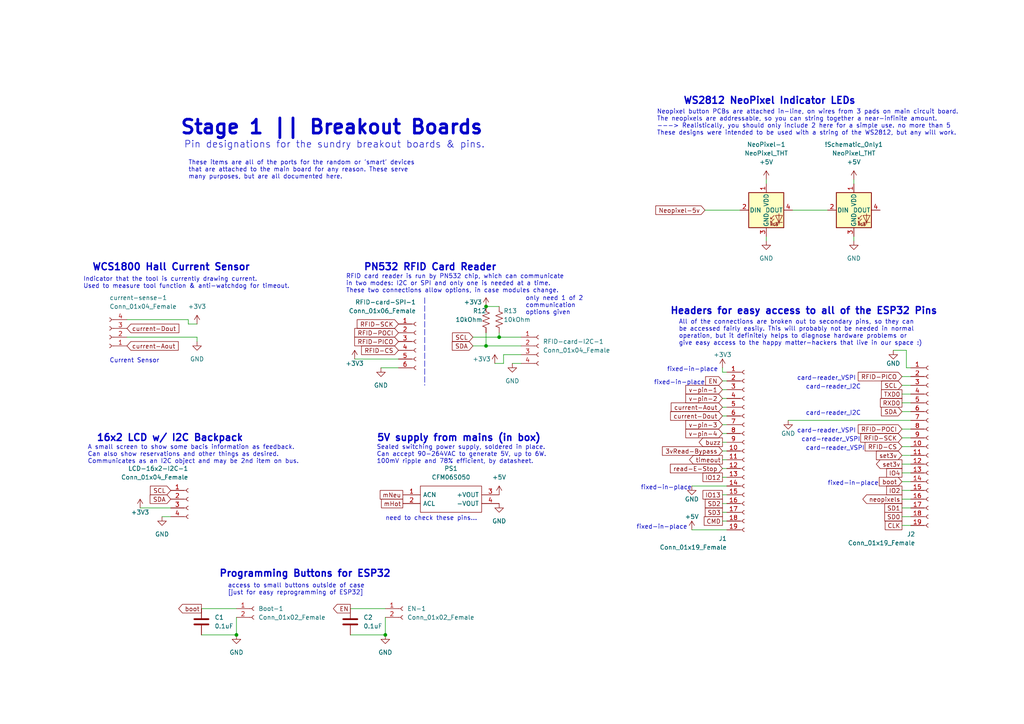
<source format=kicad_sch>
(kicad_sch (version 20211123) (generator eeschema)
  (paper "A4")
  (lib_symbols
    (symbol "Connector:Conn_01x02_Female" (pin_names (offset 1.016) hide)
      (property "Reference" "J" (at 0 2.54 0))
      (property "Value" "Conn_01x02_Female" (at 0 -5.08 0))
      (symbol "Conn_01x02_Female_1_1"
        (arc (start 0 -2.032) (mid -0.508 -2.54) (end 0 -3.048) (stroke (width 0.1524)))
        (polyline (pts (xy -1.27 -2.54) (xy -0.508 -2.54)) (stroke (width 0.1524)))
        (polyline (pts (xy -1.27 0) (xy -0.508 0)) (stroke (width 0.1524)))
        (arc (start 0 0.508) (mid -0.508 0) (end 0 -0.508) (stroke (width 0.1524)))
        (pin passive line (at -5.08 0 0) (length 3.81) (name "Pin_1") (number "1"))
        (pin passive line (at -5.08 -2.54 0) (length 3.81) (name "Pin_2") (number "2"))
      )
    )
    (symbol "Connector:Conn_01x04_Female" (pin_names (offset 1.016) hide)
      (property "Reference" "J" (at 0 5.08 0))
      (property "Value" "Conn_01x04_Female" (at 0 -7.62 0))
      (symbol "Conn_01x04_Female_1_1"
        (arc (start 0 -4.572) (mid -0.508 -5.08) (end 0 -5.588) (stroke (width 0.1524)))
        (arc (start 0 -2.032) (mid -0.508 -2.54) (end 0 -3.048) (stroke (width 0.1524)))
        (polyline (pts (xy -1.27 -5.08) (xy -0.508 -5.08)) (stroke (width 0.1524)))
        (polyline (pts (xy -1.27 -2.54) (xy -0.508 -2.54)) (stroke (width 0.1524)))
        (polyline (pts (xy -1.27 0) (xy -0.508 0)) (stroke (width 0.1524)))
        (polyline (pts (xy -1.27 2.54) (xy -0.508 2.54)) (stroke (width 0.1524)))
        (arc (start 0 0.508) (mid -0.508 0) (end 0 -0.508) (stroke (width 0.1524)))
        (arc (start 0 3.048) (mid -0.508 2.54) (end 0 2.032) (stroke (width 0.1524)))
        (pin passive line (at -5.08 2.54 0) (length 3.81) (name "Pin_1") (number "1"))
        (pin passive line (at -5.08 0 0) (length 3.81) (name "Pin_2") (number "2"))
        (pin passive line (at -5.08 -2.54 0) (length 3.81) (name "Pin_3") (number "3"))
        (pin passive line (at -5.08 -5.08 0) (length 3.81) (name "Pin_4") (number "4"))
      )
    )
    (symbol "Connector:Conn_01x06_Female" (pin_names (offset 1.016) hide)
      (property "Reference" "J" (at 0 7.62 0))
      (property "Value" "Conn_01x06_Female" (at 0 -10.16 0))
      (symbol "Conn_01x06_Female_1_1"
        (arc (start 0 -7.112) (mid -0.508 -7.62) (end 0 -8.128) (stroke (width 0.1524)))
        (arc (start 0 -4.572) (mid -0.508 -5.08) (end 0 -5.588) (stroke (width 0.1524)))
        (arc (start 0 -2.032) (mid -0.508 -2.54) (end 0 -3.048) (stroke (width 0.1524)))
        (polyline (pts (xy -1.27 -7.62) (xy -0.508 -7.62)) (stroke (width 0.1524)))
        (polyline (pts (xy -1.27 -5.08) (xy -0.508 -5.08)) (stroke (width 0.1524)))
        (polyline (pts (xy -1.27 -2.54) (xy -0.508 -2.54)) (stroke (width 0.1524)))
        (polyline (pts (xy -1.27 0) (xy -0.508 0)) (stroke (width 0.1524)))
        (polyline (pts (xy -1.27 2.54) (xy -0.508 2.54)) (stroke (width 0.1524)))
        (polyline (pts (xy -1.27 5.08) (xy -0.508 5.08)) (stroke (width 0.1524)))
        (arc (start 0 0.508) (mid -0.508 0) (end 0 -0.508) (stroke (width 0.1524)))
        (arc (start 0 3.048) (mid -0.508 2.54) (end 0 2.032) (stroke (width 0.1524)))
        (arc (start 0 5.588) (mid -0.508 5.08) (end 0 4.572) (stroke (width 0.1524)))
        (pin passive line (at -5.08 5.08 0) (length 3.81) (name "Pin_1") (number "1"))
        (pin passive line (at -5.08 2.54 0) (length 3.81) (name "Pin_2") (number "2"))
        (pin passive line (at -5.08 0 0) (length 3.81) (name "Pin_3") (number "3"))
        (pin passive line (at -5.08 -2.54 0) (length 3.81) (name "Pin_4") (number "4"))
        (pin passive line (at -5.08 -5.08 0) (length 3.81) (name "Pin_5") (number "5"))
        (pin passive line (at -5.08 -7.62 0) (length 3.81) (name "Pin_6") (number "6"))
      )
    )
    (symbol "Connector:Conn_01x19_Female" (pin_names (offset 1.016) hide)
      (property "Reference" "J" (at 0 25.4 0))
      (property "Value" "Conn_01x19_Female" (at 0 -25.4 0))
      (symbol "Conn_01x19_Female_1_1"
        (arc (start 0 -22.352) (mid -0.508 -22.86) (end 0 -23.368) (stroke (width 0.1524)))
        (arc (start 0 -19.812) (mid -0.508 -20.32) (end 0 -20.828) (stroke (width 0.1524)))
        (arc (start 0 -17.272) (mid -0.508 -17.78) (end 0 -18.288) (stroke (width 0.1524)))
        (arc (start 0 -14.732) (mid -0.508 -15.24) (end 0 -15.748) (stroke (width 0.1524)))
        (arc (start 0 -12.192) (mid -0.508 -12.7) (end 0 -13.208) (stroke (width 0.1524)))
        (arc (start 0 -9.652) (mid -0.508 -10.16) (end 0 -10.668) (stroke (width 0.1524)))
        (arc (start 0 -7.112) (mid -0.508 -7.62) (end 0 -8.128) (stroke (width 0.1524)))
        (arc (start 0 -4.572) (mid -0.508 -5.08) (end 0 -5.588) (stroke (width 0.1524)))
        (arc (start 0 -2.032) (mid -0.508 -2.54) (end 0 -3.048) (stroke (width 0.1524)))
        (polyline (pts (xy -1.27 -22.86) (xy -0.508 -22.86)) (stroke (width 0.1524)))
        (polyline (pts (xy -1.27 -20.32) (xy -0.508 -20.32)) (stroke (width 0.1524)))
        (polyline (pts (xy -1.27 -17.78) (xy -0.508 -17.78)) (stroke (width 0.1524)))
        (polyline (pts (xy -1.27 -15.24) (xy -0.508 -15.24)) (stroke (width 0.1524)))
        (polyline (pts (xy -1.27 -12.7) (xy -0.508 -12.7)) (stroke (width 0.1524)))
        (polyline (pts (xy -1.27 -10.16) (xy -0.508 -10.16)) (stroke (width 0.1524)))
        (polyline (pts (xy -1.27 -7.62) (xy -0.508 -7.62)) (stroke (width 0.1524)))
        (polyline (pts (xy -1.27 -5.08) (xy -0.508 -5.08)) (stroke (width 0.1524)))
        (polyline (pts (xy -1.27 -2.54) (xy -0.508 -2.54)) (stroke (width 0.1524)))
        (polyline (pts (xy -1.27 0) (xy -0.508 0)) (stroke (width 0.1524)))
        (polyline (pts (xy -1.27 2.54) (xy -0.508 2.54)) (stroke (width 0.1524)))
        (polyline (pts (xy -1.27 5.08) (xy -0.508 5.08)) (stroke (width 0.1524)))
        (polyline (pts (xy -1.27 7.62) (xy -0.508 7.62)) (stroke (width 0.1524)))
        (polyline (pts (xy -1.27 10.16) (xy -0.508 10.16)) (stroke (width 0.1524)))
        (polyline (pts (xy -1.27 12.7) (xy -0.508 12.7)) (stroke (width 0.1524)))
        (polyline (pts (xy -1.27 15.24) (xy -0.508 15.24)) (stroke (width 0.1524)))
        (polyline (pts (xy -1.27 17.78) (xy -0.508 17.78)) (stroke (width 0.1524)))
        (polyline (pts (xy -1.27 20.32) (xy -0.508 20.32)) (stroke (width 0.1524)))
        (polyline (pts (xy -1.27 22.86) (xy -0.508 22.86)) (stroke (width 0.1524)))
        (arc (start 0 0.508) (mid -0.508 0) (end 0 -0.508) (stroke (width 0.1524)))
        (arc (start 0 3.048) (mid -0.508 2.54) (end 0 2.032) (stroke (width 0.1524)))
        (arc (start 0 5.588) (mid -0.508 5.08) (end 0 4.572) (stroke (width 0.1524)))
        (arc (start 0 8.128) (mid -0.508 7.62) (end 0 7.112) (stroke (width 0.1524)))
        (arc (start 0 10.668) (mid -0.508 10.16) (end 0 9.652) (stroke (width 0.1524)))
        (arc (start 0 13.208) (mid -0.508 12.7) (end 0 12.192) (stroke (width 0.1524)))
        (arc (start 0 15.748) (mid -0.508 15.24) (end 0 14.732) (stroke (width 0.1524)))
        (arc (start 0 18.288) (mid -0.508 17.78) (end 0 17.272) (stroke (width 0.1524)))
        (arc (start 0 20.828) (mid -0.508 20.32) (end 0 19.812) (stroke (width 0.1524)))
        (arc (start 0 23.368) (mid -0.508 22.86) (end 0 22.352) (stroke (width 0.1524)))
        (pin passive line (at -5.08 22.86 0) (length 3.81) (name "Pin_1") (number "1"))
        (pin passive line (at -5.08 0 0) (length 3.81) (name "Pin_10") (number "10"))
        (pin passive line (at -5.08 -2.54 0) (length 3.81) (name "Pin_11") (number "11"))
        (pin passive line (at -5.08 -5.08 0) (length 3.81) (name "Pin_12") (number "12"))
        (pin passive line (at -5.08 -7.62 0) (length 3.81) (name "Pin_13") (number "13"))
        (pin passive line (at -5.08 -10.16 0) (length 3.81) (name "Pin_14") (number "14"))
        (pin passive line (at -5.08 -12.7 0) (length 3.81) (name "Pin_15") (number "15"))
        (pin passive line (at -5.08 -15.24 0) (length 3.81) (name "Pin_16") (number "16"))
        (pin passive line (at -5.08 -17.78 0) (length 3.81) (name "Pin_17") (number "17"))
        (pin passive line (at -5.08 -20.32 0) (length 3.81) (name "Pin_18") (number "18"))
        (pin passive line (at -5.08 -22.86 0) (length 3.81) (name "Pin_19") (number "19"))
        (pin passive line (at -5.08 20.32 0) (length 3.81) (name "Pin_2") (number "2"))
        (pin passive line (at -5.08 17.78 0) (length 3.81) (name "Pin_3") (number "3"))
        (pin passive line (at -5.08 15.24 0) (length 3.81) (name "Pin_4") (number "4"))
        (pin passive line (at -5.08 12.7 0) (length 3.81) (name "Pin_5") (number "5"))
        (pin passive line (at -5.08 10.16 0) (length 3.81) (name "Pin_6") (number "6"))
        (pin passive line (at -5.08 7.62 0) (length 3.81) (name "Pin_7") (number "7"))
        (pin passive line (at -5.08 5.08 0) (length 3.81) (name "Pin_8") (number "8"))
        (pin passive line (at -5.08 2.54 0) (length 3.81) (name "Pin_9") (number "9"))
      )
    )
    (symbol "Device:C" (pin_numbers hide) (pin_names (offset 0.254))
      (property "Reference" "C" (at 0.635 2.54 0))
      (property "Value" "C" (at 0.635 -2.54 0))
      (symbol "C_0_1"
        (polyline (pts (xy -2.032 -0.762) (xy 2.032 -0.762)) (stroke (width 0.508)))
        (polyline (pts (xy -2.032 0.762) (xy 2.032 0.762)) (stroke (width 0.508)))
      )
      (symbol "C_1_1"
        (pin passive line (at 0 3.81 270) (length 2.794) (name "~") (number "1"))
        (pin passive line (at 0 -3.81 90) (length 2.794) (name "~") (number "2"))
      )
    )
    (symbol "Device:R_US" (pin_numbers hide) (pin_names (offset 0))
      (property "Reference" "R" (at 2.54 0 90))
      (property "Value" "R_US" (at -2.54 0 90))
      (symbol "R_US_0_1"
        (polyline (pts (xy 0 -2.286) (xy 0 -2.54)))
        (polyline (pts (xy 0 2.286) (xy 0 2.54)))
        (polyline (pts (xy 0 -0.762) (xy 1.016 -1.143) (xy 0 -1.524) (xy -1.016 -1.905) (xy 0 -2.286)))
        (polyline (pts (xy 0 0.762) (xy 1.016 0.381) (xy 0 0) (xy -1.016 -0.381) (xy 0 -0.762)))
        (polyline (pts (xy 0 2.286) (xy 1.016 1.905) (xy 0 1.524) (xy -1.016 1.143) (xy 0 0.762)))
      )
      (symbol "R_US_1_1"
        (pin passive line (at 0 3.81 270) (length 1.27) (name "~") (number "1"))
        (pin passive line (at 0 -3.81 90) (length 1.27) (name "~") (number "2"))
      )
    )
    (symbol "LED:NeoPixel_THT" (pin_names (offset 0.254))
      (property "Reference" "D5" (at 0 19.05 0))
      (property "Value" "NeoPixel_THT" (at 0 16.51 0))
      (symbol "NeoPixel_THT_0_0"
        (text "RGB" (at 2.286 -4.191 0) (effects (font (size 0.762 0.762))))
      )
      (symbol "NeoPixel_THT_0_1"
        (polyline (pts (xy 1.27 -3.556) (xy 1.778 -3.556)))
        (polyline (pts (xy 1.27 -2.54) (xy 1.778 -2.54)))
        (polyline (pts (xy 4.699 -3.556) (xy 2.667 -3.556)))
        (polyline (pts (xy 2.286 -2.54) (xy 1.27 -3.556) (xy 1.27 -3.048)))
        (polyline (pts (xy 2.286 -1.524) (xy 1.27 -2.54) (xy 1.27 -2.032)))
        (polyline (pts (xy 3.683 -1.016) (xy 3.683 -3.556) (xy 3.683 -4.064)))
        (polyline (pts (xy 4.699 -1.524) (xy 2.667 -1.524) (xy 3.683 -3.556) (xy 4.699 -1.524)))
        (rectangle (start 5.08 5.08) (end -5.08 -5.08) (stroke (width 0.254)) (fill (type background)))
      )
      (symbol "NeoPixel_THT_1_1"
        (pin power_in line (at 0 7.62 270) (length 2.54) (name "VDD") (number "1"))
        (pin input line (at -7.62 0 0) (length 2.54) (name "DIN") (number "2"))
        (pin power_in line (at 0 -7.62 90) (length 2.54) (name "GND") (number "3"))
        (pin output line (at 7.62 0 180) (length 2.54) (name "DOUT") (number "4"))
      )
    )
    (symbol "NeoPixel_THT_1" (pin_names (offset 0.254))
      (property "Reference" "D4" (at 0 19.05 0))
      (property "Value" "NeoPixel_THT_1" (at 0 16.51 0))
      (symbol "NeoPixel_THT_1_0_0"
        (text "RGB" (at 2.286 -4.191 0) (effects (font (size 0.762 0.762))))
      )
      (symbol "NeoPixel_THT_1_0_1"
        (polyline (pts (xy 1.27 -3.556) (xy 1.778 -3.556)))
        (polyline (pts (xy 1.27 -2.54) (xy 1.778 -2.54)))
        (polyline (pts (xy 4.699 -3.556) (xy 2.667 -3.556)))
        (polyline (pts (xy 2.286 -2.54) (xy 1.27 -3.556) (xy 1.27 -3.048)))
        (polyline (pts (xy 2.286 -1.524) (xy 1.27 -2.54) (xy 1.27 -2.032)))
        (polyline (pts (xy 3.683 -1.016) (xy 3.683 -3.556) (xy 3.683 -4.064)))
        (polyline (pts (xy 4.699 -1.524) (xy 2.667 -1.524) (xy 3.683 -3.556) (xy 4.699 -1.524)))
        (rectangle (start 5.08 5.08) (end -5.08 -5.08) (stroke (width 0.254)) (fill (type background)))
      )
      (symbol "NeoPixel_THT_1_1_1"
        (pin power_in line (at 0 7.62 270) (length 2.54) (name "VDD") (number "1"))
        (pin input line (at -7.62 0 0) (length 2.54) (name "DIN") (number "2"))
        (pin power_in line (at 0 -7.62 90) (length 2.54) (name "GND") (number "3"))
        (pin output line (at 7.62 0 180) (length 2.54) (name "DOUT") (number "4"))
      )
    )
    (symbol "power:+3.3V" (power) (pin_names (offset 0))
      (property "Value" "+3.3V" (at 0 3.556 0))
      (symbol "+3.3V_0_1"
        (polyline (pts (xy -0.762 1.27) (xy 0 2.54)))
        (polyline (pts (xy 0 0) (xy 0 2.54)))
        (polyline (pts (xy 0 2.54) (xy 0.762 1.27)))
      )
      (symbol "+3.3V_1_1"
        (pin power_in line (at 0 0 90) (length 0) hide (name "+3V3") (number "1"))
      )
    )
    (symbol "power:+5V" (power) (pin_names (offset 0))
      (property "Value" "+5V" (at 0 3.556 0))
      (symbol "+5V_0_1"
        (polyline (pts (xy -0.762 1.27) (xy 0 2.54)))
        (polyline (pts (xy 0 0) (xy 0 2.54)))
        (polyline (pts (xy 0 2.54) (xy 0.762 1.27)))
      )
      (symbol "+5V_1_1"
        (pin power_in line (at 0 0 90) (length 0) hide (name "+5V") (number "1"))
      )
    )
    (symbol "power:GND" (power) (pin_names (offset 0))
      (property "Value" "GND" (at 0 -3.81 0))
      (symbol "GND_0_1"
        (polyline (pts (xy 0 0) (xy 0 -1.27) (xy 1.27 -1.27) (xy 0 -2.54) (xy -1.27 -1.27) (xy 0 -1.27)))
      )
      (symbol "GND_1_1"
        (pin power_in line (at 0 0 270) (length 0) hide (name "GND") (number "1"))
      )
    )
    (symbol "switching_power_supply:CFM06S050" (pin_names (offset 0.762))
      (property "Reference" "PS" (at 24.13 7.62 0))
      (property "Value" "CFM06S050" (at 24.13 5.08 0))
      (symbol "CFM06S050_0_0"
        (pin passive line (at 0 0 0) (length 5.08) (name "ACN") (number "1"))
        (pin passive line (at 0 -2.54 0) (length 5.08) (name "ACL") (number "2"))
        (pin passive line (at 27.94 0 180) (length 5.08) (name "+VOUT") (number "3"))
        (pin passive line (at 27.94 -2.54 180) (length 5.08) (name "-VOUT") (number "4"))
      )
      (symbol "CFM06S050_0_1"
        (polyline (pts (xy 5.08 2.54) (xy 22.86 2.54) (xy 22.86 -5.08) (xy 5.08 -5.08) (xy 5.08 2.54)) (stroke (width 0.1524)))
      )
    )
  )
  (junction (at 140.97 88.9))
  (junction (at 144.78 97.79))
  (junction (at 140.97 100.33))
  (junction (at 111.76 184.15))
  (junction (at 68.58 184.15))
  (wire (pts (xy 102.87 104.14) (xy 115.57 104.14)))
  (wire (pts (xy 36.83 97.79) (xy 57.15 97.79)))
  (wire (pts (xy 57.15 93.98) (xy 54.61 93.98)))
  (wire (pts (xy 209.55 130.81) (xy 210.82 130.81)))
  (wire (pts (xy 262.89 106.68) (xy 262.89 101.6)))
  (wire (pts (xy 264.16 127) (xy 261.62 127)))
  (wire (pts (xy 40.64 147.32) (xy 49.53 147.32)))
  (wire (pts (xy 209.55 138.43) (xy 210.82 138.43)))
  (wire (pts (xy 264.16 132.08) (xy 261.62 132.08)))
  (wire (pts (xy 264.16 124.46) (xy 261.62 124.46)))
  (wire (pts (xy 264.16 121.92) (xy 228.6 121.92)))
  (wire (pts (xy 264.16 147.32) (xy 261.62 147.32)))
  (wire (pts (xy 58.42 176.53) (xy 68.58 176.53)))
  (wire (pts (xy 54.61 93.98) (xy 54.61 92.71)))
  (wire (pts (xy 209.55 123.19) (xy 210.82 123.19)))
  (wire (pts (xy 209.55 146.05) (xy 210.82 146.05)))
  (wire (pts (xy 209.55 118.11) (xy 210.82 118.11)))
  (wire (pts (xy 146.05 102.87) (xy 146.05 105.41)))
  (wire (pts (xy 144.78 97.79) (xy 151.13 97.79)))
  (polyline (pts (xy 123.19 86.36) (xy 123.19 111.76)))
  (wire (pts (xy 209.55 133.35) (xy 210.82 133.35)))
  (wire (pts (xy 264.16 114.3) (xy 261.62 114.3)))
  (wire (pts (xy 68.58 179.07) (xy 68.58 184.15)))
  (wire (pts (xy 222.25 52.07) (xy 222.25 53.34)))
  (wire (pts (xy 247.65 68.58) (xy 247.65 69.85)))
  (wire (pts (xy 264.16 129.54) (xy 261.62 129.54)))
  (wire (pts (xy 209.55 125.73) (xy 210.82 125.73)))
  (wire (pts (xy 209.55 151.13) (xy 210.82 151.13)))
  (wire (pts (xy 140.97 96.52) (xy 140.97 100.33)))
  (wire (pts (xy 264.16 139.7) (xy 261.62 139.7)))
  (wire (pts (xy 200.66 140.97) (xy 210.82 140.97)))
  (wire (pts (xy 209.55 135.89) (xy 210.82 135.89)))
  (wire (pts (xy 264.16 134.62) (xy 261.62 134.62)))
  (wire (pts (xy 209.55 143.51) (xy 210.82 143.51)))
  (wire (pts (xy 209.55 113.03) (xy 210.82 113.03)))
  (wire (pts (xy 111.76 179.07) (xy 111.76 184.15)))
  (wire (pts (xy 146.05 105.41) (xy 143.51 105.41)))
  (wire (pts (xy 229.87 60.96) (xy 240.03 60.96)))
  (wire (pts (xy 209.55 115.57) (xy 210.82 115.57)))
  (wire (pts (xy 36.83 92.71) (xy 54.61 92.71)))
  (wire (pts (xy 264.16 142.24) (xy 261.62 142.24)))
  (wire (pts (xy 264.16 137.16) (xy 261.62 137.16)))
  (wire (pts (xy 264.16 144.78) (xy 261.62 144.78)))
  (wire (pts (xy 144.78 96.52) (xy 144.78 97.79)))
  (wire (pts (xy 209.55 106.68) (xy 209.55 107.95)))
  (wire (pts (xy 144.78 88.9) (xy 140.97 88.9)))
  (wire (pts (xy 264.16 111.76) (xy 261.62 111.76)))
  (wire (pts (xy 101.6 184.15) (xy 111.76 184.15)))
  (wire (pts (xy 222.25 68.58) (xy 222.25 69.85)))
  (wire (pts (xy 264.16 149.86) (xy 261.62 149.86)))
  (wire (pts (xy 148.59 105.41) (xy 151.13 105.41)))
  (wire (pts (xy 209.55 148.59) (xy 210.82 148.59)))
  (wire (pts (xy 264.16 109.22) (xy 261.62 109.22)))
  (wire (pts (xy 151.13 102.87) (xy 146.05 102.87)))
  (wire (pts (xy 110.49 106.68) (xy 115.57 106.68)))
  (wire (pts (xy 46.99 149.86) (xy 49.53 149.86)))
  (wire (pts (xy 209.55 120.65) (xy 210.82 120.65)))
  (wire (pts (xy 137.16 100.33) (xy 140.97 100.33)))
  (wire (pts (xy 57.15 99.06) (xy 57.15 97.79)))
  (wire (pts (xy 209.55 107.95) (xy 210.82 107.95)))
  (wire (pts (xy 101.6 176.53) (xy 111.76 176.53)))
  (wire (pts (xy 137.16 97.79) (xy 144.78 97.79)))
  (wire (pts (xy 209.55 110.49) (xy 210.82 110.49)))
  (wire (pts (xy 264.16 106.68) (xy 262.89 106.68)))
  (wire (pts (xy 204.47 60.96) (xy 214.63 60.96)))
  (wire (pts (xy 58.42 184.15) (xy 68.58 184.15)))
  (wire (pts (xy 200.66 153.67) (xy 210.82 153.67)))
  (wire (pts (xy 264.16 152.4) (xy 261.62 152.4)))
  (wire (pts (xy 140.97 100.33) (xy 151.13 100.33)))
  (wire (pts (xy 247.65 52.07) (xy 247.65 53.34)))
  (wire (pts (xy 264.16 116.84) (xy 261.62 116.84)))
  (wire (pts (xy 264.16 119.38) (xy 261.62 119.38)))
  (wire (pts (xy 262.89 101.6) (xy 259.08 101.6)))
  (wire (pts (xy 209.55 128.27) (xy 210.82 128.27)))
  (text "access to small buttons outside of case \n[just for easy reprogramming of ESP32]" (at 66.04 172.72 0) (effects (font (size 1.27 1.27)) (justify left bottom)))
  (text "Headers for easy access to all of the ESP32 Pins" (at 194.31 91.44 0) (effects (font (size 2 2) (thickness 0.4) bold) (justify left bottom)))
  (text "need to check these pins...\n" (at 111.76 151.13 0) (effects (font (size 1.27 1.27)) (justify left bottom)))
  (text "PN532 RFID Card Reader" (at 105.41 78.74 0) (effects (font (size 2 2) (thickness 0.4) bold) (justify left bottom)))
  (text "A small screen to show some bacis information as feedback.\nCan also show reservations and other things as desired.\nCommunicates as an I2C object and may be 2nd item on bus." (at 25.4 134.62 0) (effects (font (size 1.27 1.27)) (justify left bottom)))
  (text "card-reader_VSPI" (at 231.14 110.49 0) (effects (font (size 1.27 1.27)) (justify left bottom)))
  (text "card-reader_VSPI" (at 231.14 125.73 0) (effects (font (size 1.27 1.27)) (justify left bottom)))
  (text "Neopixel button PCBs are attached in-line, on wires from 3 pads on main circuit board.\nThe neopixels are addressable, so you can string together a near-infinite amount. \n---> Realistically, you should only include 2 here for a simple use. no more than 5\nThese designs were intended to be used with a string of the WS2812, but any will work.\n" (at 190.5 39.37 0) (effects (font (size 1.27 1.27)) (justify left bottom)))
  (text "Sealed switching power supply, soldered in place.\nCan accept 90-264VAC to generate 5V, up to 6W.\n100mV ripple and 78% efficient, by datasheet." (at 109.22 134.62 0) (effects (font (size 1.27 1.27)) (justify left bottom)))
  (text "These items are all of the ports for the random or 'smart' devices\nthat are attached to the main board for any reason. These serve\nmany purposes, but are all documented here. " (at 54.61 52.07 0) (effects (font (size 1.27 1.27)) (justify left bottom)))
  (text "fixed-in-place" (at 200.66 142.24 180) (effects (font (size 1.27 1.27)) (justify right bottom)))
  (text "Current Sensor" (at 31.75 105.41 0) (effects (font (size 1.27 1.27)) (justify left bottom)))
  (text "Indicator that the tool is currently drawing current.\nUsed to measure tool function & anti-watchdog for timeout. \n" (at 24.13 83.82 0) (effects (font (size 1.27 1.27)) (justify left bottom)))
  (text "16x2 LCD w/ I2C Backpack\n" (at 27.94 128.27 0) (effects (font (size 2 2) (thickness 0.4) bold) (justify left bottom)))
  (text "Programming Buttons for ESP32" (at 63.5 167.64 0) (effects (font (size 2 2) (thickness 0.4) bold) (justify left bottom)))
  (text "card-reader_VSPI" (at 232.41 128.27 0) (effects (font (size 1.27 1.27)) (justify left bottom)))
  (text "fixed-in-place" (at 208.28 107.95 180) (effects (font (size 1.27 1.27)) (justify right bottom)))
  (text "Pin designations for the sundry breakout boards & pins.\n" (at 53.34 43.18 0) (effects (font (size 2 2)) (justify left bottom)))
  (text "fixed-in-place" (at 199.39 153.67 180) (effects (font (size 1.27 1.27)) (justify right bottom)))
  (text "Stage 1 || Breakout Boards" (at 52.07 39.37 0) (effects (font (size 4 4) (thickness 0.8) bold) (justify left bottom)))
  (text "RFID card reader is run by PN532 chip, which can communicate\nin two modes: I2C or SPI and only one is needed at a time.\nThese two connections allow options, in case modules change." (at 100.33 85.09 0) (effects (font (size 1.27 1.27)) (justify left bottom)))
  (text "fixed-in-place" (at 204.47 111.76 180) (effects (font (size 1.27 1.27)) (justify right bottom)))
  (text "card-reader_VSPI" (at 233.68 130.81 0) (effects (font (size 1.27 1.27)) (justify left bottom)))
  (text "card-reader_I2C\n" (at 233.68 120.65 0) (effects (font (size 1.27 1.27)) (justify left bottom)))
  (text "card-reader_I2C\n" (at 233.68 113.03 0) (effects (font (size 1.27 1.27)) (justify left bottom)))
  (text "fixed-in-place" (at 240.03 140.97 0) (effects (font (size 1.27 1.27)) (justify left bottom)))
  (text "All of the connections are broken out to secondary pins, so they can\nbe accessed fairly easily. This will probably not be needed in normal\noperation, but it definitely helps to diagnose hardware problems or \ngive easy access to the happy matter-hackers that live in our space :)" (at 196.85 100.33 0) (effects (font (size 1.27 1.27)) (justify left bottom)))
  (text "WS2812 NeoPixel Indicator LEDs" (at 198.12 30.48 0) (effects (font (size 2 2) (thickness 0.4) bold) (justify left bottom)))
  (text "WCS1800 Hall Current Sensor" (at 26.67 78.74 0) (effects (font (size 2 2) (thickness 0.4) bold) (justify left bottom)))
  (text "5V supply from mains (in box)" (at 109.22 128.27 0) (effects (font (size 2 2) (thickness 0.4) bold) (justify left bottom)))
  (text "only need 1 of 2\ncommunication \noptions given" (at 152.4 91.44 0) (effects (font (size 1.27 1.27)) (justify left bottom)))
  (global_label "current-Aout" (shape input) (at 36.83 100.33 0) (property "Intersheet References" "${INTERSHEET_REFS}" (effects hide)))
  (global_label "RFID-POCI" (shape input) (at 261.62 124.46 180) (property "Intersheet References" "${INTERSHEET_REFS}" (effects hide)))
  (global_label "RXD0" (shape passive) (at 261.62 116.84 180) (property "Intersheet References" "${INTERSHEET_REFS}" (effects hide)))
  (global_label "mNeu" (shape passive) (at 116.84 143.51 180) (property "Intersheet References" "${INTERSHEET_REFS}" (effects hide)))
  (global_label "SD1" (shape passive) (at 261.62 147.32 180) (property "Intersheet References" "${INTERSHEET_REFS}" (effects hide)))
  (global_label "RFID-SCK" (shape input) (at 261.62 127 180) (property "Intersheet References" "${INTERSHEET_REFS}" (effects hide)))
  (global_label "neopixels" (shape output) (at 261.62 144.78 180) (property "Intersheet References" "${INTERSHEET_REFS}" (effects hide)))
  (global_label "IO4" (shape passive) (at 261.62 137.16 180) (property "Intersheet References" "${INTERSHEET_REFS}" (effects hide)))
  (global_label "CLK" (shape passive) (at 261.62 152.4 180) (property "Intersheet References" "${INTERSHEET_REFS}" (effects hide)))
  (global_label "mHot" (shape passive) (at 116.84 146.05 180) (property "Intersheet References" "${INTERSHEET_REFS}" (effects hide)))
  (global_label "RFID-SCK" (shape input) (at 115.57 93.98 180) (property "Intersheet References" "${INTERSHEET_REFS}" (effects hide)))
  (global_label "3vRead-Bypass" (shape input) (at 209.55 130.81 180) (property "Intersheet References" "${INTERSHEET_REFS}" (effects hide)))
  (global_label "IO12" (shape passive) (at 209.55 138.43 180) (property "Intersheet References" "${INTERSHEET_REFS}" (effects hide)))
  (global_label "set3v" (shape input) (at 261.62 132.08 180) (property "Intersheet References" "${INTERSHEET_REFS}" (effects hide)))
  (global_label "v-pin-3" (shape input) (at 209.55 123.19 180) (property "Intersheet References" "${INTERSHEET_REFS}" (effects hide)))
  (global_label "IO2" (shape passive) (at 261.62 142.24 180) (property "Intersheet References" "${INTERSHEET_REFS}" (effects hide)))
  (global_label "boot" (shape input) (at 261.62 139.7 180) (property "Intersheet References" "${INTERSHEET_REFS}" (effects hide)))
  (global_label "RFID-PICO" (shape input) (at 115.57 99.06 180) (property "Intersheet References" "${INTERSHEET_REFS}" (effects hide)))
  (global_label "Neopixel-5v" (shape input) (at 204.47 60.96 180) (property "Intersheet References" "${INTERSHEET_REFS}" (effects hide)))
  (global_label "SCL" (shape input) (at 261.62 111.76 180) (property "Intersheet References" "${INTERSHEET_REFS}" (effects hide)))
  (global_label "boot" (shape output) (at 58.42 176.53 180) (property "Intersheet References" "${INTERSHEET_REFS}" (effects hide)))
  (global_label "SCL" (shape input) (at 49.53 142.24 180) (property "Intersheet References" "${INTERSHEET_REFS}" (effects hide)))
  (global_label "IO13" (shape passive) (at 209.55 143.51 180) (property "Intersheet References" "${INTERSHEET_REFS}" (effects hide)))
  (global_label "SD2" (shape passive) (at 209.55 146.05 180) (property "Intersheet References" "${INTERSHEET_REFS}" (effects hide)))
  (global_label "current-Aout" (shape input) (at 209.55 118.11 180) (property "Intersheet References" "${INTERSHEET_REFS}" (effects hide)))
  (global_label "current-Dout" (shape input) (at 36.83 95.25 0) (property "Intersheet References" "${INTERSHEET_REFS}" (effects hide)))
  (global_label "read-E-Stop" (shape input) (at 209.55 135.89 180) (property "Intersheet References" "${INTERSHEET_REFS}" (effects hide)))
  (global_label "RFID-PICO" (shape input) (at 261.62 109.22 180) (property "Intersheet References" "${INTERSHEET_REFS}" (effects hide)))
  (global_label "SCL" (shape input) (at 137.16 97.79 180) (property "Intersheet References" "${INTERSHEET_REFS}" (effects hide)))
  (global_label "EN" (shape input) (at 209.55 110.49 180) (property "Intersheet References" "${INTERSHEET_REFS}" (effects hide)))
  (global_label "SDA" (shape input) (at 261.62 119.38 180) (property "Intersheet References" "${INTERSHEET_REFS}" (effects hide)))
  (global_label "RFID-CS" (shape input) (at 261.62 129.54 180) (property "Intersheet References" "${INTERSHEET_REFS}" (effects hide)))
  (global_label "timeout" (shape output) (at 209.55 133.35 180) (property "Intersheet References" "${INTERSHEET_REFS}" (effects hide)))
  (global_label "SDA" (shape input) (at 49.53 144.78 180) (property "Intersheet References" "${INTERSHEET_REFS}" (effects hide)))
  (global_label "SD0" (shape passive) (at 261.62 149.86 180) (property "Intersheet References" "${INTERSHEET_REFS}" (effects hide)))
  (global_label "v-pin-4" (shape input) (at 209.55 125.73 180) (property "Intersheet References" "${INTERSHEET_REFS}" (effects hide)))
  (global_label "RFID-CS" (shape input) (at 115.57 101.6 180) (property "Intersheet References" "${INTERSHEET_REFS}" (effects hide)))
  (global_label "v-pin-2" (shape input) (at 209.55 115.57 180) (property "Intersheet References" "${INTERSHEET_REFS}" (effects hide)))
  (global_label "SD3" (shape passive) (at 209.55 148.59 180) (property "Intersheet References" "${INTERSHEET_REFS}" (effects hide)))
  (global_label "current-Dout" (shape input) (at 209.55 120.65 180) (property "Intersheet References" "${INTERSHEET_REFS}" (effects hide)))
  (global_label "v-pin-1" (shape input) (at 209.55 113.03 180) (property "Intersheet References" "${INTERSHEET_REFS}" (effects hide)))
  (global_label "buzz" (shape output) (at 209.55 128.27 180) (property "Intersheet References" "${INTERSHEET_REFS}" (effects hide)))
  (global_label "CMD" (shape passive) (at 209.55 151.13 180) (property "Intersheet References" "${INTERSHEET_REFS}" (effects hide)))
  (global_label "EN" (shape output) (at 101.6 176.53 180) (property "Intersheet References" "${INTERSHEET_REFS}" (effects hide)))
  (global_label "RFID-POCI" (shape input) (at 115.57 96.52 180) (property "Intersheet References" "${INTERSHEET_REFS}" (effects hide)))
  (global_label "set3v" (shape output) (at 261.62 134.62 180) (property "Intersheet References" "${INTERSHEET_REFS}" (effects hide)))
  (global_label "TXD0" (shape passive) (at 261.62 114.3 180) (property "Intersheet References" "${INTERSHEET_REFS}" (effects hide)))
  (global_label "SDA" (shape input) (at 137.16 100.33 180) (property "Intersheet References" "${INTERSHEET_REFS}" (effects hide)))
  (symbol (lib_id "power:+3.3V") (at 143.51 105.41 0) (unit 1)
    (property "Reference" "#PWR0140" (effects hide))
    (property "Value" "+3.3V" (at 139.7 104.14 0))
  )
  (symbol (lib_id "Connector:Conn_01x02_Female") (at 73.66 176.53 0) (unit 1)
    (property "Reference" "Boot-1" (at 74.93 176.5299 0) (effects (justify left)))
    (property "Value" "Conn_01x02_Female" (at 74.93 179.0699 0) (effects (justify left)))
    (property "Footprint" "Connector_PinSocket_2.54mm:PinSocket_1x02_P2.54mm_Vertical" (effects hide))
  )
  (symbol (lib_id "power:+3.3V") (at 102.87 104.14 0) (unit 1)
    (property "Reference" "#PWR0125" (effects hide))
    (property "Value" "+3.3V" (at 102.87 105.41 0))
  )
  (symbol (lib_id "power:GND") (at 68.58 184.15 0) (unit 1)
    (property "Reference" "#PWR0122" (effects hide))
    (property "Value" "GND" (at 68.58 189.23 0))
  )
  (symbol (lib_id "Connector:Conn_01x02_Female") (at 116.84 176.53 0) (unit 1)
    (property "Reference" "EN-1" (at 118.11 176.5299 0) (effects (justify left)))
    (property "Value" "Conn_01x02_Female" (at 118.11 179.0699 0) (effects (justify left)))
    (property "Footprint" "Connector_PinSocket_2.54mm:PinSocket_1x02_P2.54mm_Vertical" (effects hide))
  )
  (symbol (lib_id "Connector:Conn_01x04_Female") (at 54.61 144.78 0) (unit 1)
    (property "Reference" "LCD-16x2-I2C-1" (at 54.61 135.89 0) (effects (justify right)))
    (property "Value" "Conn_01x04_Female" (at 54.61 138.43 0) (effects (justify right)))
    (property "Footprint" "Connector_PinSocket_2.54mm:PinSocket_1x04_P2.54mm_Vertical" (effects hide))
  )
  (symbol (lib_id "power:+5V") (at 247.65 52.07 0) (unit 1)
    (property "Reference" "#PWR0135" (effects hide))
    (property "Value" "+5V" (at 247.65 46.99 0))
  )
  (symbol (lib_id "power:+3.3V") (at 209.55 106.68 0) (unit 1)
    (property "Reference" "#PWR0121" (effects hide))
    (property "Value" "+3.3V" (at 209.55 102.87 0))
  )
  (symbol (lib_id "Connector:Conn_01x04_Female") (at 156.21 100.33 0) (unit 1)
    (property "Reference" "RFID-card-I2C-1" (at 157.48 99.06 0) (effects (justify left)))
    (property "Value" "Conn_01x04_Female" (at 157.48 101.6 0) (effects (justify left)))
    (property "Footprint" "Connector_PinSocket_2.54mm:PinSocket_1x04_P2.54mm_Vertical" (effects hide))
  )
  (symbol (lib_id "power:+5V") (at 200.66 153.67 0) (unit 1)
    (property "Reference" "#PWR0143" (effects hide))
    (property "Value" "+5V" (at 200.66 149.86 0))
  )
  (symbol (lib_id "power:GND") (at 228.6 121.92 0) (unit 1)
    (property "Reference" "#PWR0117" (effects hide))
    (property "Value" "GND" (at 228.6 125.73 0))
  )
  (symbol (lib_id "power:GND") (at 110.49 106.68 0) (unit 1)
    (property "Reference" "#PWR0124" (effects hide))
    (property "Value" "GND" (at 110.49 111.76 0))
  )
  (symbol (lib_id "Connector:Conn_01x06_Female") (at 120.65 99.06 0) (unit 1)
    (property "Reference" "RFID-card-SPI-1" (at 120.65 87.63 0) (effects (justify right)))
    (property "Value" "Conn_01x06_Female" (at 120.65 90.17 0) (effects (justify right)))
    (property "Footprint" "Connector_PinSocket_2.54mm:PinSocket_1x06_P2.54mm_Vertical" (effects hide))
  )
  (symbol (lib_id "power:GND") (at 259.08 101.6 0) (unit 1)
    (property "Reference" "#PWR0115" (effects hide))
    (property "Value" "GND" (at 259.08 105.41 0))
  )
  (symbol (lib_id "power:GND") (at 200.66 140.97 0) (unit 1)
    (property "Reference" "#PWR0144" (effects hide))
    (property "Value" "GND" (at 200.66 144.78 0))
  )
  (symbol (lib_id "Connector:Conn_01x19_Female") (at 269.24 129.54 0) (unit 1)
    (property "Reference" "J2" (at 265.43 154.94 0) (effects (justify right)))
    (property "Value" "Conn_01x19_Female" (at 265.43 157.48 0) (effects (justify right)))
    (property "Footprint" "Connector_PinSocket_2.54mm:PinSocket_1x19_P2.54mm_Vertical" (effects hide))
  )
  (symbol (lib_id "power:+3.3V") (at 40.64 147.32 0) (unit 1)
    (property "Reference" "#PWR0148" (effects hide))
    (property "Value" "+3.3V" (at 40.64 148.59 0))
  )
  (symbol (lib_id "power:GND") (at 222.25 69.85 0) (unit 1)
    (property "Reference" "#PWR0131" (effects hide))
    (property "Value" "GND" (at 222.25 74.93 0))
  )
  (symbol (lib_id "power:GND") (at 57.15 99.06 0) (unit 1)
    (property "Reference" "#PWR0146" (effects hide))
    (property "Value" "GND" (at 57.15 104.14 0))
  )
  (symbol (lib_id "power:GND") (at 111.76 184.15 0) (unit 1)
    (property "Reference" "#PWR0118" (effects hide))
    (property "Value" "GND" (at 111.76 189.23 0))
  )
  (symbol (lib_id "LED:NeoPixel_THT") (at 247.65 60.96 0) (unit 1)
    (property "Reference" "!Schematic_Only1" (at 247.65 41.91 0))
    (property "Value" "NeoPixel_THT" (at 247.65 44.45 0))
    (property "Datasheet" "https://www.adafruit.com/product/1938" (effects hide))
  )
  (symbol (lib_id "power:+3.3V") (at 57.15 93.98 0) (unit 1)
    (property "Reference" "#PWR0145" (effects hide))
    (property "Value" "+3.3V" (at 57.15 88.9 0))
  )
  (symbol (lib_id "Connector:Conn_01x04_Female") (at 31.75 97.79 180) (unit 1)
    (property "Reference" "current-sense-1" (at 31.75 86.36 0) (effects (justify right)))
    (property "Value" "Conn_01x04_Female" (at 31.75 88.9 0) (effects (justify right)))
    (property "Footprint" "Connector_PinSocket_2.54mm:PinSocket_1x04_P2.54mm_Vertical" (effects hide))
  )
  (symbol (lib_id "power:GND") (at 144.78 146.05 0) (unit 1)
    (property "Reference" "#PWR0142" (effects hide))
    (property "Value" "GND" (at 144.78 151.13 0))
  )
  (symbol (lib_id "Device:C") (at 58.42 180.34 0) (unit 1)
    (property "Reference" "C1" (at 62.23 179.0699 0) (effects (justify left)))
    (property "Value" "0.1uF" (at 62.23 181.6099 0) (effects (justify left)))
    (property "Footprint" "Capacitor_SMD:C_1206_3216Metric_Pad1.33x1.80mm_HandSolder" (effects hide))
  )
  (symbol (lib_name "NeoPixel_THT_1") (lib_id "LED:NeoPixel_THT") (at 222.25 60.96 0) (unit 1)
    (property "Reference" "NeoPixel-1" (at 222.25 41.91 0))
    (property "Value" "NeoPixel_THT" (at 222.25 44.45 0))
    (property "Footprint" "Connector_PinSocket_2.54mm:PinSocket_1x03_P2.54mm_Vertical" (effects hide))
    (property "Datasheet" "https://www.adafruit.com/product/1938" (effects hide))
  )
  (symbol (lib_id "Device:R_US") (at 140.97 92.71 180) (unit 1)
    (property "Reference" "R12" (at 137.16 90.17 0) (effects (justify right)))
    (property "Value" "10kOhm" (at 132.08 92.71 0) (effects (justify right)))
    (property "Footprint" "Resistor_SMD:R_1206_3216Metric_Pad1.30x1.75mm_HandSolder" (effects hide))
  )
  (symbol (lib_id "power:GND") (at 148.59 105.41 0) (unit 1)
    (property "Reference" "#PWR0138" (effects hide))
    (property "Value" "GND" (at 148.59 110.49 0))
  )
  (symbol (lib_id "Device:R_US") (at 144.78 92.71 180) (unit 1)
    (property "Reference" "R13" (at 146.05 90.17 0) (effects (justify right)))
    (property "Value" "10kOhm" (at 146.05 92.71 0) (effects (justify right)))
    (property "Footprint" "Resistor_SMD:R_1206_3216Metric_Pad1.30x1.75mm_HandSolder" (effects hide))
  )
  (symbol (lib_id "power:+5V") (at 144.78 143.51 0) (unit 1)
    (property "Reference" "#PWR0141" (effects hide))
    (property "Value" "+5V" (at 144.78 138.43 0))
  )
  (symbol (lib_id "power:+3.3V") (at 140.97 88.9 0) (unit 1)
    (property "Reference" "#PWR0139" (effects hide))
    (property "Value" "+3.3V" (at 137.16 87.63 0))
  )
  (symbol (lib_id "power:GND") (at 46.99 149.86 0) (unit 1)
    (property "Reference" "#PWR0147" (effects hide))
    (property "Value" "GND" (at 46.99 154.94 0))
  )
  (symbol (lib_id "Device:C") (at 101.6 180.34 0) (unit 1)
    (property "Reference" "C2" (at 105.41 179.0699 0) (effects (justify left)))
    (property "Value" "0.1uF" (at 105.41 181.6099 0) (effects (justify left)))
    (property "Footprint" "Capacitor_SMD:C_1206_3216Metric_Pad1.33x1.80mm_HandSolder" (effects hide))
  )
  (symbol (lib_id "power:GND") (at 247.65 69.85 0) (unit 1)
    (property "Reference" "#PWR0132" (effects hide))
    (property "Value" "GND" (at 247.65 74.93 0))
  )
  (symbol (lib_id "power:+5V") (at 222.25 52.07 0) (unit 1)
    (property "Reference" "#PWR0123" (effects hide))
    (property "Value" "+5V" (at 222.25 46.99 0))
  )
  (symbol (lib_id "switching_power_supply:CFM06S050") (at 116.84 143.51 0) (unit 1)
    (property "Reference" "PS1" (at 130.81 135.89 0))
    (property "Value" "CFM06S050" (at 130.81 138.43 0))
    (property "Footprint" "switching_power_supply:CFM06S050" (effects hide))
    (property "Datasheet" "https://www.cincon.com/productdownload/Datasheet-CFM06S-series.pdf" (effects hide))
    (property "Description" "Switching Power Supplies AC-DC Open Frame, 6 Watt, Single Output, 5VDC Output, 1.2A, 78% Efficiency, PCB Mount" (effects hide))
    (property "Height" "18.3" (effects hide))
    (property "Mouser Part Number" "418-CFM06S050" (effects hide))
    (property "Mouser Price/Stock" "https://www.mouser.co.uk/ProductDetail/Cincon/CFM06S050?qs=w%2Fv1CP2dgqroHaIZbqWupQ%3D%3D" (effects hide))
    (property "Manufacturer_Name" "Cincon" (effects hide))
    (property "Manufacturer_Part_Number" "CFM06S050" (effects hide))
  )
  (symbol (lib_id "Connector:Conn_01x19_Female") (at 215.9 130.81 0) (unit 1)
    (property "Reference" "J1" (at 210.82 156.21 0) (effects (justify right)))
    (property "Value" "Conn_01x19_Female" (at 210.82 158.75 0) (effects (justify right)))
    (property "Footprint" "Connector_PinSocket_2.54mm:PinSocket_1x19_P2.54mm_Vertical" (effects hide))
  )
)
</source>
